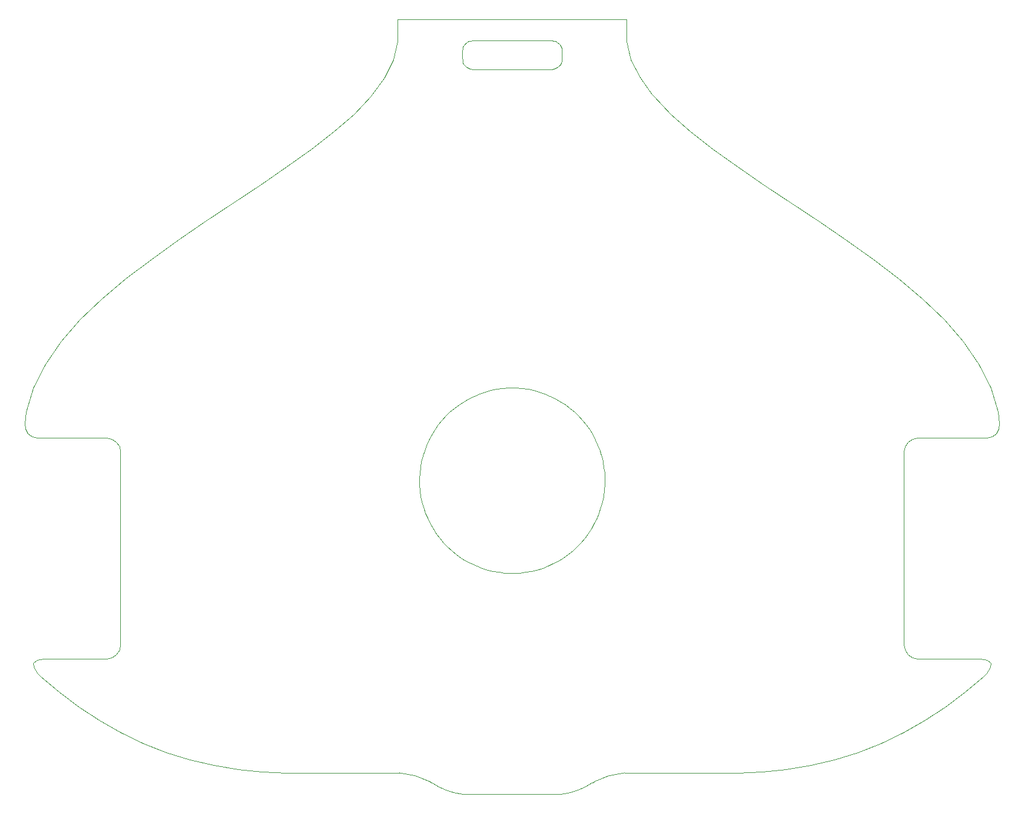
<source format=gm1>
G04 #@! TF.FileFunction,Profile,NP*
%FSLAX46Y46*%
G04 Gerber Fmt 4.6, Leading zero omitted, Abs format (unit mm)*
G04 Created by KiCad (PCBNEW 4.0.7) date 02/25/18 14:16:29*
%MOMM*%
%LPD*%
G01*
G04 APERTURE LIST*
%ADD10C,0.100000*%
G04 APERTURE END LIST*
D10*
X55337507Y44112146D02*
X55337507Y44234536D01*
X55525898Y41843304D02*
X55412819Y42651522D01*
X51664431Y103047556D02*
X52284300Y105670699D01*
X55412819Y42651522D02*
X55349274Y43484082D01*
X59209027Y34793445D02*
X58707080Y35317395D01*
X55349274Y43484082D02*
X55337507Y44112146D01*
X13290962Y20281172D02*
X12857417Y19632326D01*
X12208570Y49894278D02*
X12857417Y49460732D01*
X13443203Y21046539D02*
X13290962Y20281172D01*
X2274640Y16612213D02*
X4880860Y14349947D01*
X10524130Y10382675D02*
X13535033Y8696053D01*
X12857417Y49460732D02*
X13290962Y48811886D01*
X23156101Y4915012D02*
X26509704Y4100409D01*
X16653701Y7218170D02*
X19865685Y5955873D01*
X56476027Y38728691D02*
X56165505Y39483396D01*
X56833324Y37994974D02*
X56476027Y38728691D01*
X55689501Y41043782D02*
X55525898Y41843304D01*
X55902985Y40256109D02*
X55689501Y41043782D01*
X56165505Y39483396D02*
X55902985Y40256109D01*
X12857417Y19632326D02*
X12208570Y19198781D01*
X63765186Y56209330D02*
X64537899Y56471850D01*
X46149343Y95447825D02*
X48522250Y97947667D01*
X13443203Y48046520D02*
X13443203Y21046539D01*
X61170533Y33205757D02*
X60503960Y33676590D01*
X59868266Y34188347D02*
X59233597Y34768600D01*
X17783197Y75127250D02*
X21543970Y77806391D01*
X5113893Y63551433D02*
X7775746Y66597371D01*
X48737426Y98239770D02*
X50385513Y100477061D01*
X26509704Y4100409D02*
X29910955Y3515838D01*
X7775746Y66597371D02*
X10824383Y69534288D01*
X2913526Y60384927D02*
X5113893Y63551433D01*
X4880860Y14349947D02*
X7634943Y12270222D01*
X12208570Y19198781D02*
X11443204Y19046540D01*
X11443204Y50046519D02*
X12208570Y49894278D01*
X52284300Y105670699D02*
X52284300Y108670697D01*
X55471660Y45907301D02*
X55614385Y46713819D01*
X68140299Y31055717D02*
X67278481Y31098401D01*
X68262690Y31055717D02*
X68140299Y31055717D01*
X68328313Y31056947D02*
X68262690Y31055717D01*
X1731674Y18894299D02*
X1247485Y18460754D01*
X67278481Y31098401D02*
X66467534Y31189871D01*
X64091397Y31766272D02*
X63328674Y32056543D01*
X40173409Y90490608D02*
X43341496Y92965988D01*
X136179554Y50632305D02*
X135571640Y50198759D01*
X133992887Y19046540D02*
X125213421Y19046540D01*
X136623847Y52046517D02*
X136549040Y51281151D01*
X136623847Y52046517D02*
X136460568Y53644017D01*
X136549040Y51281151D02*
X136179554Y50632305D01*
X135409140Y18460754D02*
X135371740Y17811908D01*
X135371740Y17811908D02*
X134818446Y17046541D01*
X123365663Y48811886D02*
X123213422Y48046520D01*
X77423029Y34768600D02*
X77447599Y34793445D01*
X125832243Y69534288D02*
X122471525Y72373731D01*
X79980703Y49789152D02*
X79597127Y50509480D01*
X116790940Y5955873D02*
X113500524Y4915012D01*
X70531531Y56848938D02*
X69723313Y56962016D01*
X75089696Y55138848D02*
X74379861Y55541511D01*
X80608563Y48283438D02*
X80318292Y49046161D01*
X79597127Y50509480D02*
X79169078Y51204302D01*
X78186488Y52506569D02*
X77606235Y53141239D01*
X79420638Y37285139D02*
X79823301Y37994974D01*
X78485746Y35948217D02*
X78974199Y36601988D01*
X73646144Y55898808D02*
X72891439Y56209330D01*
X73327951Y32056543D02*
X74070942Y32394132D01*
X81276434Y45096354D02*
X81184965Y45907301D01*
X80839553Y47552458D02*
X80608563Y48283438D01*
X71331054Y56685334D02*
X70531531Y56848938D01*
X68890753Y57025561D02*
X67765872Y57025561D01*
X80180598Y38728691D02*
X80491120Y39483396D01*
X76152665Y33676590D02*
X76788359Y34188347D01*
X70992695Y31332079D02*
X71785784Y31524467D01*
X69723313Y56962016D02*
X68890753Y57025561D01*
X74791270Y32777708D02*
X75486092Y33205757D01*
X78974199Y36601988D02*
X79420638Y37285139D01*
X129021682Y12270222D02*
X126132495Y10382675D01*
X103601297Y85513028D02*
X99936839Y88010137D01*
X99936839Y88010137D02*
X96483216Y90490608D01*
X77581391Y53165809D02*
X77057441Y53667755D01*
X115112655Y77806391D02*
X111263907Y80422703D01*
X77606235Y53141239D02*
X77581391Y53165809D01*
X79823301Y37994974D02*
X80180598Y38728691D01*
X136460568Y53644017D02*
X135407279Y57086304D01*
X72118726Y56471850D02*
X71331054Y56685334D01*
X88134375Y97947667D02*
X87919199Y98239770D01*
X135407279Y57086304D02*
X133743099Y60384927D01*
X135571640Y50198759D02*
X134817847Y50046519D01*
X133992887Y19046540D02*
X134924951Y18894299D01*
X122471525Y72373731D02*
X118873428Y75127250D01*
X103312530Y3164009D02*
X99863410Y3046551D01*
X75772847Y54692409D02*
X75089696Y55138848D01*
X79169078Y51204302D02*
X78698246Y51870875D01*
X123121592Y8696053D02*
X120002924Y7218170D01*
X134817847Y50046519D02*
X125213421Y50046519D01*
X80856739Y47483462D02*
X80839553Y47552458D01*
X70189091Y31189871D02*
X70992695Y31332079D01*
X80318292Y49046161D02*
X79980703Y49789152D01*
X93315129Y92965988D02*
X90507282Y95447825D01*
X77949545Y35317395D02*
X78485746Y35948217D01*
X74379861Y55541511D02*
X73646144Y55898808D01*
X134818446Y17046541D02*
X134381985Y16612213D01*
X78698246Y51870875D02*
X78186488Y52506569D01*
X71785784Y31524467D02*
X72565228Y31766272D01*
X81042240Y46713819D02*
X80856739Y47483462D01*
X76426618Y54203956D02*
X75772847Y54692409D01*
X74070942Y32394132D02*
X74791270Y32777708D01*
X81319118Y44234536D02*
X81276434Y45096354D01*
X123365663Y20281172D02*
X123799208Y19632326D01*
X90507282Y95447825D02*
X88134375Y97947667D01*
X80491120Y39483396D02*
X80753640Y40256109D01*
X80967124Y41043782D02*
X81130728Y41843304D01*
X77447599Y34793445D02*
X77949545Y35317395D01*
X81307351Y43484082D02*
X81319118Y44112146D01*
X81130728Y41843304D02*
X81243806Y42651522D01*
X84992194Y103047556D02*
X84372325Y105670699D01*
X80753640Y40256109D02*
X80967124Y41043782D01*
X123213422Y48046520D02*
X123213422Y21046539D01*
X113500524Y4915012D02*
X110146921Y4100409D01*
X123799208Y19632326D02*
X124448055Y19198781D01*
X75486092Y33205757D02*
X76152665Y33676590D01*
X72891439Y56209330D02*
X72118726Y56471850D01*
X120002924Y7218170D02*
X116790940Y5955873D01*
X124448055Y49894278D02*
X123799208Y49460732D01*
X123213422Y21046539D02*
X123365663Y20281172D01*
X123799208Y49460732D02*
X123365663Y48811886D01*
X81243806Y42651522D02*
X81307351Y43484082D01*
X81319118Y44112146D02*
X81319118Y44234536D01*
X76788359Y34188347D02*
X77423029Y34768600D01*
X87919199Y98239770D02*
X86271112Y100477061D01*
X125213421Y50046519D02*
X124448055Y49894278D01*
X68393936Y31055717D02*
X68516326Y31055717D01*
X131542732Y63551433D02*
X128880879Y66597371D01*
X126132495Y10382675D02*
X123121592Y8696053D01*
X118873428Y75127250D02*
X115112655Y77806391D01*
X128880879Y66597371D02*
X125832243Y69534288D01*
X84372325Y105670699D02*
X84372325Y108670697D01*
X124448055Y19198781D02*
X125213421Y19046540D01*
X81184965Y45907301D02*
X81042240Y46713819D01*
X133743099Y60384927D02*
X131542732Y63551433D01*
X134381985Y16612213D02*
X131775766Y14349947D01*
X68328313Y31056947D02*
X68393936Y31055717D01*
X72565228Y31766272D02*
X73327951Y32056543D01*
X68516326Y31055717D02*
X69378144Y31098401D01*
X131775766Y14349947D02*
X129021682Y12270222D01*
X134924951Y18894299D02*
X135409140Y18460754D01*
X69378144Y31098401D02*
X70189091Y31189871D01*
X110146921Y4100409D02*
X106745670Y3515838D01*
X96483216Y90490608D02*
X93315129Y92965988D01*
X79602937Y1677189D02*
G75*
G02X75275511Y46551I-5551025J8174012D01*
G01*
X79602936Y1677189D02*
X79784394Y1788383D01*
X68328313Y46551D02*
X68328313Y46551D01*
X52560764Y3046551D02*
G75*
G02X56872231Y1788383I-953919J-11285182D01*
G01*
X68328313Y46551D02*
X61381115Y46551D01*
X57053689Y1677189D02*
X56872231Y1788383D01*
X68328313Y46551D02*
X68328313Y46551D01*
X52560764Y3046551D02*
X36793216Y3046551D01*
X61381115Y46551D02*
G75*
G02X57053689Y1677189I1223599J9804650D01*
G01*
X74402333Y105625584D02*
X74216537Y105688653D01*
X74741450Y102015204D02*
X74578308Y101906196D01*
X75328308Y103467484D02*
X75277196Y102817005D01*
X62828316Y101705235D02*
X73828309Y101705235D01*
X61767657Y105300425D02*
X61915175Y105429795D01*
X75214127Y104813790D02*
X75127346Y104989765D01*
X33344095Y3164009D02*
X29910955Y3515838D01*
X62254292Y105625584D02*
X62440088Y105688653D01*
X61638287Y105152907D02*
X61767657Y105300425D01*
X61529279Y104989765D02*
X61638287Y105152907D01*
X74888968Y102144574D02*
X74741450Y102015204D01*
X75018338Y102292092D02*
X74888968Y102144574D01*
X61638287Y102292092D02*
X61529279Y102455234D01*
X75127346Y104989765D02*
X75018338Y105152907D01*
X62828316Y101705235D02*
X62440088Y101756346D01*
X75018338Y105152907D02*
X74888968Y105300425D01*
X62828316Y105739764D02*
X73828309Y105739764D01*
X74888968Y105300425D02*
X74741450Y105429795D01*
X75214127Y102631209D02*
X75127346Y102455234D01*
X61915175Y105429795D02*
X62078317Y105538803D01*
X75328308Y104239765D02*
X75277196Y104627994D01*
X61328317Y104239765D02*
X61379429Y104627994D01*
X75277196Y104627994D02*
X75214127Y104813790D01*
X61442498Y102631209D02*
X61379429Y102817005D01*
X61529279Y102455234D02*
X61442498Y102631209D01*
X74578308Y105538803D02*
X74402333Y105625584D01*
X84372325Y108670697D02*
X52284300Y108670697D01*
X62440088Y101756346D02*
X62254292Y101819415D01*
X61767657Y102144574D02*
X61638287Y102292092D01*
X61915175Y102015204D02*
X61767657Y102144574D01*
X74402333Y101819415D02*
X74216537Y101756346D01*
X74578308Y101906196D02*
X74402333Y101819415D01*
X75127346Y102455234D02*
X75018338Y102292092D01*
X79784394Y1788383D02*
G75*
G02X84095861Y3046551I5265386J-10027014D01*
G01*
X99863410Y3046551D02*
X84095861Y3046551D01*
X68328313Y46551D02*
X75275511Y46551D01*
X62254292Y101819415D02*
X62078317Y101906196D01*
X75277196Y102817005D02*
X75214127Y102631209D01*
X76426618Y54203956D02*
X77057441Y53667755D01*
X103312530Y3164009D02*
X106745670Y3515838D01*
X62078317Y105538803D02*
X62254292Y105625584D01*
X61442498Y104813790D02*
X61529279Y104989765D01*
X74216537Y101756346D02*
X73828309Y101705235D01*
X61379429Y104627994D02*
X61442498Y104813790D01*
X74741450Y105429795D02*
X74578308Y105538803D01*
X75328308Y103467484D02*
X75328308Y104239765D01*
X61328317Y103467484D02*
X61379429Y102817005D01*
X62078317Y101906196D02*
X61915175Y102015204D01*
X61328317Y103467484D02*
X61328317Y104239765D01*
X50385513Y100477061D02*
X51664431Y103047556D01*
X60230007Y54203956D02*
X59599184Y53667755D01*
X33055328Y85513028D02*
X25392718Y80422703D01*
X74216537Y105688653D02*
X73828309Y105739764D01*
X86271112Y100477061D02*
X84992194Y103047556D01*
X103601297Y85513028D02*
X111263907Y80422703D01*
X62440088Y105688653D02*
X62828316Y105739764D01*
X107585Y51281151D02*
X477071Y50632305D01*
X32778Y52046517D02*
X196057Y53644017D01*
X477071Y50632305D02*
X1084985Y50198759D01*
X13290962Y48811886D02*
X13443203Y48046520D01*
X55799887Y47483462D02*
X55817072Y47552458D01*
X64870841Y31524467D02*
X64091397Y31766272D01*
X1838778Y50046519D02*
X11443204Y50046519D01*
X63010481Y55898808D02*
X63765186Y56209330D01*
X33055328Y85513028D02*
X36719786Y88010137D01*
X2663738Y19046540D02*
X11443204Y19046540D01*
X55817072Y47552458D02*
X56048062Y48283438D01*
X65663930Y31332079D02*
X64870841Y31524467D01*
X61865355Y32777708D02*
X61170533Y33205757D01*
X1284885Y17811908D02*
X1838179Y17046541D01*
X1249346Y57086304D02*
X2913526Y60384927D01*
X57487547Y51204302D02*
X57958379Y51870875D01*
X66125094Y56848938D02*
X66933312Y56962016D01*
X32778Y52046517D02*
X107585Y51281151D01*
X10824383Y69534288D02*
X14185100Y72373731D01*
X59233597Y34768600D02*
X59209027Y34793445D01*
X1247485Y18460754D02*
X1284885Y17811908D01*
X48522250Y97947667D02*
X48737426Y98239770D01*
X64537899Y56471850D02*
X65325572Y56685334D01*
X58707080Y35317395D02*
X58170879Y35948217D01*
X66933312Y56962016D02*
X67765872Y57025561D01*
X7634943Y12270222D02*
X10524130Y10382675D01*
X14185100Y72373731D02*
X17783197Y75127250D01*
X66467534Y31189871D02*
X65663930Y31332079D01*
X65325572Y56685334D02*
X66125094Y56848938D01*
X56338333Y49046161D02*
X56675922Y49789152D01*
X55337507Y44234536D02*
X55380191Y45096354D01*
X63328674Y32056543D02*
X62585683Y32394132D01*
X58170879Y35948217D02*
X57682426Y36601988D01*
X57682426Y36601988D02*
X57235987Y37285139D01*
X36719786Y88010137D02*
X40173409Y90490608D01*
X59075235Y53165809D02*
X59599184Y53667755D01*
X21543970Y77806391D02*
X25392718Y80422703D01*
X196057Y53644017D02*
X1249346Y57086304D01*
X1084985Y50198759D02*
X1838778Y50046519D01*
X13535033Y8696053D02*
X16653701Y7218170D01*
X19865685Y5955873D02*
X23156101Y4915012D01*
X62585683Y32394132D02*
X61865355Y32777708D01*
X1838179Y17046541D02*
X2274640Y16612213D01*
X56675922Y49789152D02*
X57059498Y50509480D01*
X57059498Y50509480D02*
X57487547Y51204302D01*
X60503960Y33676590D02*
X59868266Y34188347D01*
X59050390Y53141239D02*
X59075235Y53165809D01*
X2663738Y19046540D02*
X1731674Y18894299D01*
X33344095Y3164009D02*
X36793216Y3046551D01*
X57958379Y51870875D02*
X58470137Y52506569D01*
X62276764Y55541511D02*
X63010481Y55898808D01*
X60883778Y54692409D02*
X61566929Y55138848D01*
X57235987Y37285139D02*
X56833324Y37994974D01*
X43341496Y92965988D02*
X46149343Y95447825D01*
X60230007Y54203956D02*
X60883778Y54692409D01*
X61566929Y55138848D02*
X62276764Y55541511D01*
X55614385Y46713819D02*
X55799887Y47483462D01*
X55380191Y45096354D02*
X55471660Y45907301D01*
X56048062Y48283438D02*
X56338333Y49046161D01*
X58470137Y52506569D02*
X59050390Y53141239D01*
M02*

</source>
